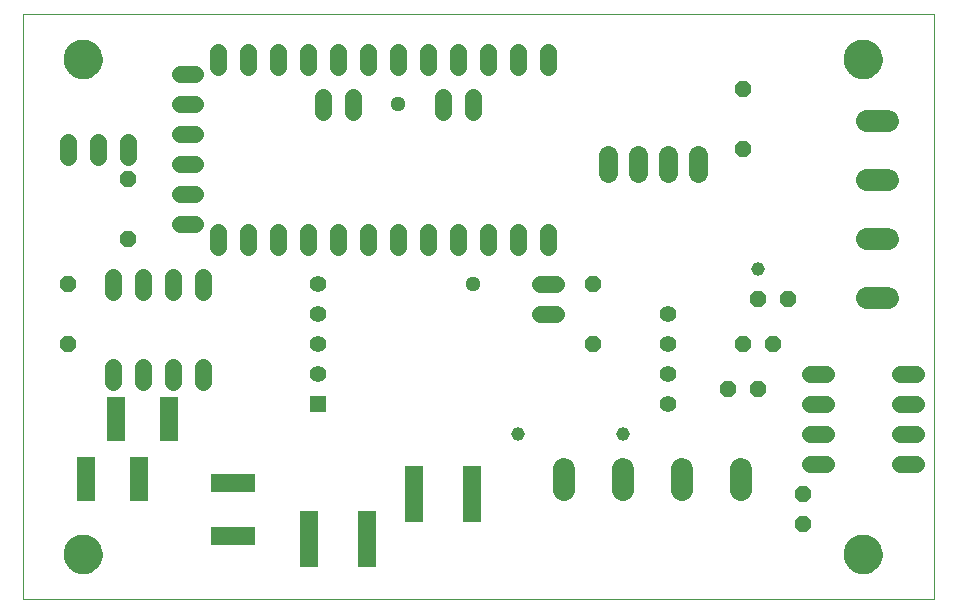
<source format=gbs>
G75*
%MOIN*%
%OFA0B0*%
%FSLAX24Y24*%
%IPPOS*%
%LPD*%
%AMOC8*
5,1,8,0,0,1.08239X$1,22.5*
%
%ADD10C,0.0000*%
%ADD11C,0.1300*%
%ADD12C,0.0560*%
%ADD13R,0.0555X0.0555*%
%ADD14C,0.0555*%
%ADD15C,0.0640*%
%ADD16R,0.0631X0.1457*%
%ADD17C,0.0555*%
%ADD18C,0.0745*%
%ADD19OC8,0.0560*%
%ADD20R,0.0631X0.1851*%
%ADD21R,0.1457X0.0631*%
%ADD22C,0.0512*%
%ADD23C,0.0453*%
D10*
X000180Y000680D02*
X000180Y020176D01*
X030550Y020176D01*
X030550Y000680D01*
X000180Y000680D01*
X001550Y002180D02*
X001552Y002230D01*
X001558Y002280D01*
X001568Y002329D01*
X001582Y002377D01*
X001599Y002424D01*
X001620Y002469D01*
X001645Y002513D01*
X001673Y002554D01*
X001705Y002593D01*
X001739Y002630D01*
X001776Y002664D01*
X001816Y002694D01*
X001858Y002721D01*
X001902Y002745D01*
X001948Y002766D01*
X001995Y002782D01*
X002043Y002795D01*
X002093Y002804D01*
X002142Y002809D01*
X002193Y002810D01*
X002243Y002807D01*
X002292Y002800D01*
X002341Y002789D01*
X002389Y002774D01*
X002435Y002756D01*
X002480Y002734D01*
X002523Y002708D01*
X002564Y002679D01*
X002603Y002647D01*
X002639Y002612D01*
X002671Y002574D01*
X002701Y002534D01*
X002728Y002491D01*
X002751Y002447D01*
X002770Y002401D01*
X002786Y002353D01*
X002798Y002304D01*
X002806Y002255D01*
X002810Y002205D01*
X002810Y002155D01*
X002806Y002105D01*
X002798Y002056D01*
X002786Y002007D01*
X002770Y001959D01*
X002751Y001913D01*
X002728Y001869D01*
X002701Y001826D01*
X002671Y001786D01*
X002639Y001748D01*
X002603Y001713D01*
X002564Y001681D01*
X002523Y001652D01*
X002480Y001626D01*
X002435Y001604D01*
X002389Y001586D01*
X002341Y001571D01*
X002292Y001560D01*
X002243Y001553D01*
X002193Y001550D01*
X002142Y001551D01*
X002093Y001556D01*
X002043Y001565D01*
X001995Y001578D01*
X001948Y001594D01*
X001902Y001615D01*
X001858Y001639D01*
X001816Y001666D01*
X001776Y001696D01*
X001739Y001730D01*
X001705Y001767D01*
X001673Y001806D01*
X001645Y001847D01*
X001620Y001891D01*
X001599Y001936D01*
X001582Y001983D01*
X001568Y002031D01*
X001558Y002080D01*
X001552Y002130D01*
X001550Y002180D01*
X001550Y018680D02*
X001552Y018730D01*
X001558Y018780D01*
X001568Y018829D01*
X001582Y018877D01*
X001599Y018924D01*
X001620Y018969D01*
X001645Y019013D01*
X001673Y019054D01*
X001705Y019093D01*
X001739Y019130D01*
X001776Y019164D01*
X001816Y019194D01*
X001858Y019221D01*
X001902Y019245D01*
X001948Y019266D01*
X001995Y019282D01*
X002043Y019295D01*
X002093Y019304D01*
X002142Y019309D01*
X002193Y019310D01*
X002243Y019307D01*
X002292Y019300D01*
X002341Y019289D01*
X002389Y019274D01*
X002435Y019256D01*
X002480Y019234D01*
X002523Y019208D01*
X002564Y019179D01*
X002603Y019147D01*
X002639Y019112D01*
X002671Y019074D01*
X002701Y019034D01*
X002728Y018991D01*
X002751Y018947D01*
X002770Y018901D01*
X002786Y018853D01*
X002798Y018804D01*
X002806Y018755D01*
X002810Y018705D01*
X002810Y018655D01*
X002806Y018605D01*
X002798Y018556D01*
X002786Y018507D01*
X002770Y018459D01*
X002751Y018413D01*
X002728Y018369D01*
X002701Y018326D01*
X002671Y018286D01*
X002639Y018248D01*
X002603Y018213D01*
X002564Y018181D01*
X002523Y018152D01*
X002480Y018126D01*
X002435Y018104D01*
X002389Y018086D01*
X002341Y018071D01*
X002292Y018060D01*
X002243Y018053D01*
X002193Y018050D01*
X002142Y018051D01*
X002093Y018056D01*
X002043Y018065D01*
X001995Y018078D01*
X001948Y018094D01*
X001902Y018115D01*
X001858Y018139D01*
X001816Y018166D01*
X001776Y018196D01*
X001739Y018230D01*
X001705Y018267D01*
X001673Y018306D01*
X001645Y018347D01*
X001620Y018391D01*
X001599Y018436D01*
X001582Y018483D01*
X001568Y018531D01*
X001558Y018580D01*
X001552Y018630D01*
X001550Y018680D01*
X027550Y018680D02*
X027552Y018730D01*
X027558Y018780D01*
X027568Y018829D01*
X027582Y018877D01*
X027599Y018924D01*
X027620Y018969D01*
X027645Y019013D01*
X027673Y019054D01*
X027705Y019093D01*
X027739Y019130D01*
X027776Y019164D01*
X027816Y019194D01*
X027858Y019221D01*
X027902Y019245D01*
X027948Y019266D01*
X027995Y019282D01*
X028043Y019295D01*
X028093Y019304D01*
X028142Y019309D01*
X028193Y019310D01*
X028243Y019307D01*
X028292Y019300D01*
X028341Y019289D01*
X028389Y019274D01*
X028435Y019256D01*
X028480Y019234D01*
X028523Y019208D01*
X028564Y019179D01*
X028603Y019147D01*
X028639Y019112D01*
X028671Y019074D01*
X028701Y019034D01*
X028728Y018991D01*
X028751Y018947D01*
X028770Y018901D01*
X028786Y018853D01*
X028798Y018804D01*
X028806Y018755D01*
X028810Y018705D01*
X028810Y018655D01*
X028806Y018605D01*
X028798Y018556D01*
X028786Y018507D01*
X028770Y018459D01*
X028751Y018413D01*
X028728Y018369D01*
X028701Y018326D01*
X028671Y018286D01*
X028639Y018248D01*
X028603Y018213D01*
X028564Y018181D01*
X028523Y018152D01*
X028480Y018126D01*
X028435Y018104D01*
X028389Y018086D01*
X028341Y018071D01*
X028292Y018060D01*
X028243Y018053D01*
X028193Y018050D01*
X028142Y018051D01*
X028093Y018056D01*
X028043Y018065D01*
X027995Y018078D01*
X027948Y018094D01*
X027902Y018115D01*
X027858Y018139D01*
X027816Y018166D01*
X027776Y018196D01*
X027739Y018230D01*
X027705Y018267D01*
X027673Y018306D01*
X027645Y018347D01*
X027620Y018391D01*
X027599Y018436D01*
X027582Y018483D01*
X027568Y018531D01*
X027558Y018580D01*
X027552Y018630D01*
X027550Y018680D01*
X027550Y002180D02*
X027552Y002230D01*
X027558Y002280D01*
X027568Y002329D01*
X027582Y002377D01*
X027599Y002424D01*
X027620Y002469D01*
X027645Y002513D01*
X027673Y002554D01*
X027705Y002593D01*
X027739Y002630D01*
X027776Y002664D01*
X027816Y002694D01*
X027858Y002721D01*
X027902Y002745D01*
X027948Y002766D01*
X027995Y002782D01*
X028043Y002795D01*
X028093Y002804D01*
X028142Y002809D01*
X028193Y002810D01*
X028243Y002807D01*
X028292Y002800D01*
X028341Y002789D01*
X028389Y002774D01*
X028435Y002756D01*
X028480Y002734D01*
X028523Y002708D01*
X028564Y002679D01*
X028603Y002647D01*
X028639Y002612D01*
X028671Y002574D01*
X028701Y002534D01*
X028728Y002491D01*
X028751Y002447D01*
X028770Y002401D01*
X028786Y002353D01*
X028798Y002304D01*
X028806Y002255D01*
X028810Y002205D01*
X028810Y002155D01*
X028806Y002105D01*
X028798Y002056D01*
X028786Y002007D01*
X028770Y001959D01*
X028751Y001913D01*
X028728Y001869D01*
X028701Y001826D01*
X028671Y001786D01*
X028639Y001748D01*
X028603Y001713D01*
X028564Y001681D01*
X028523Y001652D01*
X028480Y001626D01*
X028435Y001604D01*
X028389Y001586D01*
X028341Y001571D01*
X028292Y001560D01*
X028243Y001553D01*
X028193Y001550D01*
X028142Y001551D01*
X028093Y001556D01*
X028043Y001565D01*
X027995Y001578D01*
X027948Y001594D01*
X027902Y001615D01*
X027858Y001639D01*
X027816Y001666D01*
X027776Y001696D01*
X027739Y001730D01*
X027705Y001767D01*
X027673Y001806D01*
X027645Y001847D01*
X027620Y001891D01*
X027599Y001936D01*
X027582Y001983D01*
X027568Y002031D01*
X027558Y002080D01*
X027552Y002130D01*
X027550Y002180D01*
D11*
X028180Y002180D03*
X028180Y018680D03*
X002180Y018680D03*
X002180Y002180D03*
D12*
X003180Y007920D02*
X003180Y008440D01*
X004180Y008440D02*
X004180Y007920D01*
X005180Y007920D02*
X005180Y008440D01*
X006180Y008440D02*
X006180Y007920D01*
X006180Y010920D02*
X006180Y011440D01*
X005180Y011440D02*
X005180Y010920D01*
X004180Y010920D02*
X004180Y011440D01*
X003180Y011440D02*
X003180Y010920D01*
X002680Y015420D02*
X002680Y015940D01*
X001680Y015940D02*
X001680Y015420D01*
X003680Y015420D02*
X003680Y015940D01*
X017420Y011180D02*
X017940Y011180D01*
X017940Y010180D02*
X017420Y010180D01*
X026420Y008180D02*
X026940Y008180D01*
X026940Y007180D02*
X026420Y007180D01*
X026420Y006180D02*
X026940Y006180D01*
X026940Y005180D02*
X026420Y005180D01*
X029420Y005180D02*
X029940Y005180D01*
X029940Y006180D02*
X029420Y006180D01*
X029420Y007180D02*
X029940Y007180D01*
X029940Y008180D02*
X029420Y008180D01*
D13*
X010030Y007180D03*
D14*
X010030Y008180D03*
X010030Y009180D03*
X010030Y010180D03*
X010030Y011180D03*
X021680Y010180D03*
X021680Y009180D03*
X021680Y008180D03*
X021680Y007180D03*
D15*
X021680Y014880D02*
X021680Y015480D01*
X020680Y015480D02*
X020680Y014880D01*
X019680Y014880D02*
X019680Y015480D01*
X022680Y015480D02*
X022680Y014880D01*
D16*
X005066Y006680D03*
X003294Y006680D03*
X004066Y004680D03*
X002294Y004680D03*
D17*
X006680Y012423D02*
X006680Y012937D01*
X005937Y013180D02*
X005423Y013180D01*
X005423Y014180D02*
X005937Y014180D01*
X005937Y015180D02*
X005423Y015180D01*
X005423Y016180D02*
X005937Y016180D01*
X005937Y017180D02*
X005423Y017180D01*
X005423Y018180D02*
X005937Y018180D01*
X006680Y018423D02*
X006680Y018937D01*
X007680Y018937D02*
X007680Y018423D01*
X008680Y018423D02*
X008680Y018937D01*
X009680Y018937D02*
X009680Y018423D01*
X010680Y018423D02*
X010680Y018937D01*
X011680Y018937D02*
X011680Y018423D01*
X012680Y018423D02*
X012680Y018937D01*
X013680Y018937D02*
X013680Y018423D01*
X014680Y018423D02*
X014680Y018937D01*
X015680Y018937D02*
X015680Y018423D01*
X016680Y018423D02*
X016680Y018937D01*
X017680Y018937D02*
X017680Y018423D01*
X015180Y017437D02*
X015180Y016923D01*
X014180Y016923D02*
X014180Y017437D01*
X011180Y017437D02*
X011180Y016923D01*
X010180Y016923D02*
X010180Y017437D01*
X009680Y012937D02*
X009680Y012423D01*
X008680Y012423D02*
X008680Y012937D01*
X007680Y012937D02*
X007680Y012423D01*
X010680Y012423D02*
X010680Y012937D01*
X011680Y012937D02*
X011680Y012423D01*
X012680Y012423D02*
X012680Y012937D01*
X013680Y012937D02*
X013680Y012423D01*
X014680Y012423D02*
X014680Y012937D01*
X015680Y012937D02*
X015680Y012423D01*
X016680Y012423D02*
X016680Y012937D01*
X017680Y012937D02*
X017680Y012423D01*
D18*
X028328Y012696D02*
X029033Y012696D01*
X029033Y014664D02*
X028328Y014664D01*
X028328Y016633D02*
X029033Y016633D01*
X029033Y010727D02*
X028328Y010727D01*
X024133Y005033D02*
X024133Y004328D01*
X022164Y004328D02*
X022164Y005033D01*
X020196Y005033D02*
X020196Y004328D01*
X018227Y004328D02*
X018227Y005033D01*
D19*
X023680Y007680D03*
X024680Y007680D03*
X024180Y009180D03*
X025180Y009180D03*
X024680Y010680D03*
X025680Y010680D03*
X019180Y011180D03*
X019180Y009180D03*
X026180Y004180D03*
X026180Y003180D03*
X024180Y015680D03*
X024180Y017680D03*
X003680Y014680D03*
X003680Y012680D03*
X001680Y011180D03*
X001680Y009180D03*
D20*
X009715Y002680D03*
X011645Y002680D03*
X013215Y004180D03*
X015145Y004180D03*
D21*
X007180Y004566D03*
X007180Y002794D03*
D22*
X015180Y011180D03*
X012680Y017180D03*
D23*
X024680Y011680D03*
X020196Y006196D03*
X016680Y006180D03*
M02*

</source>
